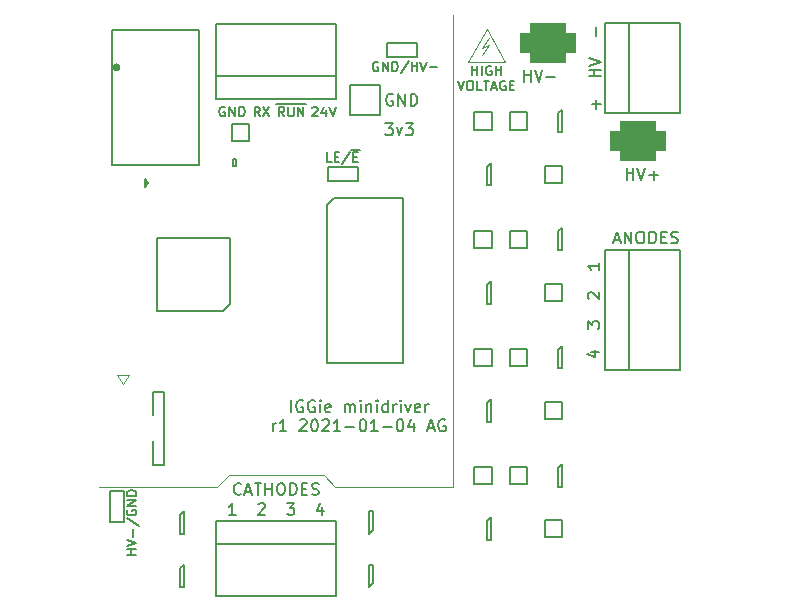
<source format=gbr>
%TF.GenerationSoftware,KiCad,Pcbnew,5.99.0-unknown-5db75805bd~106~ubuntu20.04.1*%
%TF.CreationDate,2021-01-04T23:22:09+00:00*%
%TF.ProjectId,minidriver,6d696e69-6472-4697-9665-722e6b696361,rev?*%
%TF.SameCoordinates,Original*%
%TF.FileFunction,Legend,Top*%
%TF.FilePolarity,Positive*%
%FSLAX46Y46*%
G04 Gerber Fmt 4.6, Leading zero omitted, Abs format (unit mm)*
G04 Created by KiCad (PCBNEW 5.99.0-unknown-5db75805bd~106~ubuntu20.04.1) date 2021-01-04 23:22:09*
%MOMM*%
%LPD*%
G01*
G04 APERTURE LIST*
G04 Aperture macros list*
%AMRoundRect*
0 Rectangle with rounded corners*
0 $1 Rounding radius*
0 $2 $3 $4 $5 $6 $7 $8 $9 X,Y pos of 4 corners*
0 Add a 4 corners polygon primitive as box body*
4,1,4,$2,$3,$4,$5,$6,$7,$8,$9,$2,$3,0*
0 Add four circle primitives for the rounded corners*
1,1,$1+$1,$2,$3,0*
1,1,$1+$1,$4,$5,0*
1,1,$1+$1,$6,$7,0*
1,1,$1+$1,$8,$9,0*
0 Add four rect primitives between the rounded corners*
20,1,$1+$1,$2,$3,$4,$5,0*
20,1,$1+$1,$4,$5,$6,$7,0*
20,1,$1+$1,$6,$7,$8,$9,0*
20,1,$1+$1,$8,$9,$2,$3,0*%
G04 Aperture macros list end*
%ADD10C,0.150000*%
%ADD11C,0.120000*%
%ADD12R,1.900000X1.900000*%
%ADD13C,1.900000*%
%ADD14C,1.500000*%
%ADD15C,0.600000*%
%ADD16C,3.300000*%
%ADD17O,2.100000X1.400000*%
%ADD18O,1.400000X2.100000*%
%ADD19R,1.000000X1.000000*%
%ADD20R,1.800000X1.150000*%
%ADD21R,1.150000X1.800000*%
%ADD22R,1.000000X0.600000*%
%ADD23R,0.620000X0.620000*%
%ADD24R,0.950000X1.000000*%
%ADD25C,6.300000*%
%ADD26RoundRect,0.850000X-1.500000X-0.850000X1.500000X-0.850000X1.500000X0.850000X-1.500000X0.850000X0*%
%ADD27C,1.000000*%
%ADD28R,1.200000X0.500000*%
%ADD29R,0.500000X1.200000*%
%ADD30R,2.790000X0.740000*%
%ADD31RoundRect,0.850000X1.500000X0.850000X-1.500000X0.850000X-1.500000X-0.850000X1.500000X-0.850000X0*%
%ADD32R,2.200000X0.650000*%
G04 APERTURE END LIST*
D10*
X103161904Y-145704761D02*
X102361904Y-145704761D01*
X102742857Y-145704761D02*
X102742857Y-145247619D01*
X103161904Y-145247619D02*
X102361904Y-145247619D01*
X102361904Y-144980952D02*
X103161904Y-144714285D01*
X102361904Y-144447619D01*
X102857142Y-144180952D02*
X102857142Y-143571428D01*
X102323809Y-142619047D02*
X103352380Y-143304761D01*
X102400000Y-141933333D02*
X102361904Y-142009523D01*
X102361904Y-142123809D01*
X102400000Y-142238095D01*
X102476190Y-142314285D01*
X102552380Y-142352380D01*
X102704761Y-142390476D01*
X102819047Y-142390476D01*
X102971428Y-142352380D01*
X103047619Y-142314285D01*
X103123809Y-142238095D01*
X103161904Y-142123809D01*
X103161904Y-142047619D01*
X103123809Y-141933333D01*
X103085714Y-141895238D01*
X102819047Y-141895238D01*
X102819047Y-142047619D01*
X103161904Y-141552380D02*
X102361904Y-141552380D01*
X103161904Y-141095238D01*
X102361904Y-141095238D01*
X103161904Y-140714285D02*
X102361904Y-140714285D01*
X102361904Y-140523809D01*
X102400000Y-140409523D01*
X102476190Y-140333333D01*
X102552380Y-140295238D01*
X102704761Y-140257142D01*
X102819047Y-140257142D01*
X102971428Y-140295238D01*
X103047619Y-140333333D01*
X103123809Y-140409523D01*
X103161904Y-140523809D01*
X103161904Y-140714285D01*
D11*
X134400000Y-104000000D02*
X132800000Y-101200000D01*
X130000000Y-100000000D02*
X130000000Y-140000000D01*
X110000000Y-140000000D02*
X100000000Y-140000000D01*
X102000000Y-131250000D02*
X101500000Y-130500000D01*
X111000000Y-139000000D02*
X119000000Y-139000000D01*
X132400000Y-102800000D02*
X133000000Y-102600000D01*
X102500000Y-130500000D02*
X102000000Y-131250000D01*
X133000000Y-102000000D02*
X132400000Y-102800000D01*
X130000000Y-140000000D02*
X120000000Y-140000000D01*
X132800000Y-101200000D02*
X131200000Y-104000000D01*
X131200000Y-104000000D02*
X134400000Y-104000000D01*
X101500000Y-130500000D02*
X102500000Y-130500000D01*
X110000000Y-140000000D02*
X111000000Y-139000000D01*
X133000000Y-102600000D02*
X132400000Y-103400000D01*
X119000000Y-139000000D02*
X120000000Y-140000000D01*
D10*
X115011904Y-107586000D02*
X115811904Y-107586000D01*
X115659523Y-108611904D02*
X115392857Y-108230952D01*
X115202380Y-108611904D02*
X115202380Y-107811904D01*
X115507142Y-107811904D01*
X115583333Y-107850000D01*
X115621428Y-107888095D01*
X115659523Y-107964285D01*
X115659523Y-108078571D01*
X115621428Y-108154761D01*
X115583333Y-108192857D01*
X115507142Y-108230952D01*
X115202380Y-108230952D01*
X115811904Y-107586000D02*
X116650000Y-107586000D01*
X116002380Y-107811904D02*
X116002380Y-108459523D01*
X116040476Y-108535714D01*
X116078571Y-108573809D01*
X116154761Y-108611904D01*
X116307142Y-108611904D01*
X116383333Y-108573809D01*
X116421428Y-108535714D01*
X116459523Y-108459523D01*
X116459523Y-107811904D01*
X116650000Y-107586000D02*
X117488095Y-107586000D01*
X116840476Y-108611904D02*
X116840476Y-107811904D01*
X117297619Y-108611904D01*
X117297619Y-107811904D01*
X111571428Y-142352380D02*
X111000000Y-142352380D01*
X111285714Y-142352380D02*
X111285714Y-141352380D01*
X111190476Y-141495238D01*
X111095238Y-141590476D01*
X111000000Y-141638095D01*
X113476190Y-141447619D02*
X113523809Y-141400000D01*
X113619047Y-141352380D01*
X113857142Y-141352380D01*
X113952380Y-141400000D01*
X114000000Y-141447619D01*
X114047619Y-141542857D01*
X114047619Y-141638095D01*
X114000000Y-141780952D01*
X113428571Y-142352380D01*
X114047619Y-142352380D01*
X115904761Y-141352380D02*
X116523809Y-141352380D01*
X116190476Y-141733333D01*
X116333333Y-141733333D01*
X116428571Y-141780952D01*
X116476190Y-141828571D01*
X116523809Y-141923809D01*
X116523809Y-142161904D01*
X116476190Y-142257142D01*
X116428571Y-142304761D01*
X116333333Y-142352380D01*
X116047619Y-142352380D01*
X115952380Y-142304761D01*
X115904761Y-142257142D01*
X118904761Y-141685714D02*
X118904761Y-142352380D01*
X118666666Y-141304761D02*
X118428571Y-142019047D01*
X119047619Y-142019047D01*
X141685714Y-128523809D02*
X142352380Y-128523809D01*
X141304761Y-128761904D02*
X142019047Y-129000000D01*
X142019047Y-128380952D01*
X141352380Y-126571428D02*
X141352380Y-125952380D01*
X141733333Y-126285714D01*
X141733333Y-126142857D01*
X141780952Y-126047619D01*
X141828571Y-126000000D01*
X141923809Y-125952380D01*
X142161904Y-125952380D01*
X142257142Y-126000000D01*
X142304761Y-126047619D01*
X142352380Y-126142857D01*
X142352380Y-126428571D01*
X142304761Y-126523809D01*
X142257142Y-126571428D01*
X141447619Y-124047619D02*
X141400000Y-124000000D01*
X141352380Y-123904761D01*
X141352380Y-123666666D01*
X141400000Y-123571428D01*
X141447619Y-123523809D01*
X141542857Y-123476190D01*
X141638095Y-123476190D01*
X141780952Y-123523809D01*
X142352380Y-124095238D01*
X142352380Y-123476190D01*
X142352380Y-121000000D02*
X142352380Y-121571428D01*
X142352380Y-121285714D02*
X141352380Y-121285714D01*
X141495238Y-121380952D01*
X141590476Y-121476190D01*
X141638095Y-121571428D01*
X123614285Y-104000000D02*
X123538095Y-103961904D01*
X123423809Y-103961904D01*
X123309523Y-104000000D01*
X123233333Y-104076190D01*
X123195238Y-104152380D01*
X123157142Y-104304761D01*
X123157142Y-104419047D01*
X123195238Y-104571428D01*
X123233333Y-104647619D01*
X123309523Y-104723809D01*
X123423809Y-104761904D01*
X123500000Y-104761904D01*
X123614285Y-104723809D01*
X123652380Y-104685714D01*
X123652380Y-104419047D01*
X123500000Y-104419047D01*
X123995238Y-104761904D02*
X123995238Y-103961904D01*
X124452380Y-104761904D01*
X124452380Y-103961904D01*
X124833333Y-104761904D02*
X124833333Y-103961904D01*
X125023809Y-103961904D01*
X125138095Y-104000000D01*
X125214285Y-104076190D01*
X125252380Y-104152380D01*
X125290476Y-104304761D01*
X125290476Y-104419047D01*
X125252380Y-104571428D01*
X125214285Y-104647619D01*
X125138095Y-104723809D01*
X125023809Y-104761904D01*
X124833333Y-104761904D01*
X126204761Y-103923809D02*
X125519047Y-104952380D01*
X126471428Y-104761904D02*
X126471428Y-103961904D01*
X126471428Y-104342857D02*
X126928571Y-104342857D01*
X126928571Y-104761904D02*
X126928571Y-103961904D01*
X127195238Y-103961904D02*
X127461904Y-104761904D01*
X127728571Y-103961904D01*
X127995238Y-104457142D02*
X128604761Y-104457142D01*
X143585714Y-119066666D02*
X144061904Y-119066666D01*
X143490476Y-119352380D02*
X143823809Y-118352380D01*
X144157142Y-119352380D01*
X144490476Y-119352380D02*
X144490476Y-118352380D01*
X145061904Y-119352380D01*
X145061904Y-118352380D01*
X145728571Y-118352380D02*
X145919047Y-118352380D01*
X146014285Y-118400000D01*
X146109523Y-118495238D01*
X146157142Y-118685714D01*
X146157142Y-119019047D01*
X146109523Y-119209523D01*
X146014285Y-119304761D01*
X145919047Y-119352380D01*
X145728571Y-119352380D01*
X145633333Y-119304761D01*
X145538095Y-119209523D01*
X145490476Y-119019047D01*
X145490476Y-118685714D01*
X145538095Y-118495238D01*
X145633333Y-118400000D01*
X145728571Y-118352380D01*
X146585714Y-119352380D02*
X146585714Y-118352380D01*
X146823809Y-118352380D01*
X146966666Y-118400000D01*
X147061904Y-118495238D01*
X147109523Y-118590476D01*
X147157142Y-118780952D01*
X147157142Y-118923809D01*
X147109523Y-119114285D01*
X147061904Y-119209523D01*
X146966666Y-119304761D01*
X146823809Y-119352380D01*
X146585714Y-119352380D01*
X147585714Y-118828571D02*
X147919047Y-118828571D01*
X148061904Y-119352380D02*
X147585714Y-119352380D01*
X147585714Y-118352380D01*
X148061904Y-118352380D01*
X148442857Y-119304761D02*
X148585714Y-119352380D01*
X148823809Y-119352380D01*
X148919047Y-119304761D01*
X148966666Y-119257142D01*
X149014285Y-119161904D01*
X149014285Y-119066666D01*
X148966666Y-118971428D01*
X148919047Y-118923809D01*
X148823809Y-118876190D01*
X148633333Y-118828571D01*
X148538095Y-118780952D01*
X148490476Y-118733333D01*
X148442857Y-118638095D01*
X148442857Y-118542857D01*
X148490476Y-118447619D01*
X148538095Y-118400000D01*
X148633333Y-118352380D01*
X148871428Y-118352380D01*
X149014285Y-118400000D01*
X112023809Y-140557142D02*
X111976190Y-140604761D01*
X111833333Y-140652380D01*
X111738095Y-140652380D01*
X111595238Y-140604761D01*
X111500000Y-140509523D01*
X111452380Y-140414285D01*
X111404761Y-140223809D01*
X111404761Y-140080952D01*
X111452380Y-139890476D01*
X111500000Y-139795238D01*
X111595238Y-139700000D01*
X111738095Y-139652380D01*
X111833333Y-139652380D01*
X111976190Y-139700000D01*
X112023809Y-139747619D01*
X112404761Y-140366666D02*
X112880952Y-140366666D01*
X112309523Y-140652380D02*
X112642857Y-139652380D01*
X112976190Y-140652380D01*
X113166666Y-139652380D02*
X113738095Y-139652380D01*
X113452380Y-140652380D02*
X113452380Y-139652380D01*
X114071428Y-140652380D02*
X114071428Y-139652380D01*
X114071428Y-140128571D02*
X114642857Y-140128571D01*
X114642857Y-140652380D02*
X114642857Y-139652380D01*
X115309523Y-139652380D02*
X115500000Y-139652380D01*
X115595238Y-139700000D01*
X115690476Y-139795238D01*
X115738095Y-139985714D01*
X115738095Y-140319047D01*
X115690476Y-140509523D01*
X115595238Y-140604761D01*
X115500000Y-140652380D01*
X115309523Y-140652380D01*
X115214285Y-140604761D01*
X115119047Y-140509523D01*
X115071428Y-140319047D01*
X115071428Y-139985714D01*
X115119047Y-139795238D01*
X115214285Y-139700000D01*
X115309523Y-139652380D01*
X116166666Y-140652380D02*
X116166666Y-139652380D01*
X116404761Y-139652380D01*
X116547619Y-139700000D01*
X116642857Y-139795238D01*
X116690476Y-139890476D01*
X116738095Y-140080952D01*
X116738095Y-140223809D01*
X116690476Y-140414285D01*
X116642857Y-140509523D01*
X116547619Y-140604761D01*
X116404761Y-140652380D01*
X116166666Y-140652380D01*
X117166666Y-140128571D02*
X117500000Y-140128571D01*
X117642857Y-140652380D02*
X117166666Y-140652380D01*
X117166666Y-139652380D01*
X117642857Y-139652380D01*
X118023809Y-140604761D02*
X118166666Y-140652380D01*
X118404761Y-140652380D01*
X118500000Y-140604761D01*
X118547619Y-140557142D01*
X118595238Y-140461904D01*
X118595238Y-140366666D01*
X118547619Y-140271428D01*
X118500000Y-140223809D01*
X118404761Y-140176190D01*
X118214285Y-140128571D01*
X118119047Y-140080952D01*
X118071428Y-140033333D01*
X118023809Y-139938095D01*
X118023809Y-139842857D01*
X118071428Y-139747619D01*
X118119047Y-139700000D01*
X118214285Y-139652380D01*
X118452380Y-139652380D01*
X118595238Y-139700000D01*
X144666666Y-113952380D02*
X144666666Y-112952380D01*
X144666666Y-113428571D02*
X145238095Y-113428571D01*
X145238095Y-113952380D02*
X145238095Y-112952380D01*
X145571428Y-112952380D02*
X145904761Y-113952380D01*
X146238095Y-112952380D01*
X146571428Y-113571428D02*
X147333333Y-113571428D01*
X146952380Y-113952380D02*
X146952380Y-113190476D01*
X116238095Y-133647380D02*
X116238095Y-132647380D01*
X117238095Y-132695000D02*
X117142857Y-132647380D01*
X117000000Y-132647380D01*
X116857142Y-132695000D01*
X116761904Y-132790238D01*
X116714285Y-132885476D01*
X116666666Y-133075952D01*
X116666666Y-133218809D01*
X116714285Y-133409285D01*
X116761904Y-133504523D01*
X116857142Y-133599761D01*
X117000000Y-133647380D01*
X117095238Y-133647380D01*
X117238095Y-133599761D01*
X117285714Y-133552142D01*
X117285714Y-133218809D01*
X117095238Y-133218809D01*
X118238095Y-132695000D02*
X118142857Y-132647380D01*
X118000000Y-132647380D01*
X117857142Y-132695000D01*
X117761904Y-132790238D01*
X117714285Y-132885476D01*
X117666666Y-133075952D01*
X117666666Y-133218809D01*
X117714285Y-133409285D01*
X117761904Y-133504523D01*
X117857142Y-133599761D01*
X118000000Y-133647380D01*
X118095238Y-133647380D01*
X118238095Y-133599761D01*
X118285714Y-133552142D01*
X118285714Y-133218809D01*
X118095238Y-133218809D01*
X118714285Y-133647380D02*
X118714285Y-132980714D01*
X118714285Y-132647380D02*
X118666666Y-132695000D01*
X118714285Y-132742619D01*
X118761904Y-132695000D01*
X118714285Y-132647380D01*
X118714285Y-132742619D01*
X119571428Y-133599761D02*
X119476190Y-133647380D01*
X119285714Y-133647380D01*
X119190476Y-133599761D01*
X119142857Y-133504523D01*
X119142857Y-133123571D01*
X119190476Y-133028333D01*
X119285714Y-132980714D01*
X119476190Y-132980714D01*
X119571428Y-133028333D01*
X119619047Y-133123571D01*
X119619047Y-133218809D01*
X119142857Y-133314047D01*
X120809523Y-133647380D02*
X120809523Y-132980714D01*
X120809523Y-133075952D02*
X120857142Y-133028333D01*
X120952380Y-132980714D01*
X121095238Y-132980714D01*
X121190476Y-133028333D01*
X121238095Y-133123571D01*
X121238095Y-133647380D01*
X121238095Y-133123571D02*
X121285714Y-133028333D01*
X121380952Y-132980714D01*
X121523809Y-132980714D01*
X121619047Y-133028333D01*
X121666666Y-133123571D01*
X121666666Y-133647380D01*
X122142857Y-133647380D02*
X122142857Y-132980714D01*
X122142857Y-132647380D02*
X122095238Y-132695000D01*
X122142857Y-132742619D01*
X122190476Y-132695000D01*
X122142857Y-132647380D01*
X122142857Y-132742619D01*
X122619047Y-132980714D02*
X122619047Y-133647380D01*
X122619047Y-133075952D02*
X122666666Y-133028333D01*
X122761904Y-132980714D01*
X122904761Y-132980714D01*
X123000000Y-133028333D01*
X123047619Y-133123571D01*
X123047619Y-133647380D01*
X123523809Y-133647380D02*
X123523809Y-132980714D01*
X123523809Y-132647380D02*
X123476190Y-132695000D01*
X123523809Y-132742619D01*
X123571428Y-132695000D01*
X123523809Y-132647380D01*
X123523809Y-132742619D01*
X124428571Y-133647380D02*
X124428571Y-132647380D01*
X124428571Y-133599761D02*
X124333333Y-133647380D01*
X124142857Y-133647380D01*
X124047619Y-133599761D01*
X124000000Y-133552142D01*
X123952380Y-133456904D01*
X123952380Y-133171190D01*
X124000000Y-133075952D01*
X124047619Y-133028333D01*
X124142857Y-132980714D01*
X124333333Y-132980714D01*
X124428571Y-133028333D01*
X124904761Y-133647380D02*
X124904761Y-132980714D01*
X124904761Y-133171190D02*
X124952380Y-133075952D01*
X125000000Y-133028333D01*
X125095238Y-132980714D01*
X125190476Y-132980714D01*
X125523809Y-133647380D02*
X125523809Y-132980714D01*
X125523809Y-132647380D02*
X125476190Y-132695000D01*
X125523809Y-132742619D01*
X125571428Y-132695000D01*
X125523809Y-132647380D01*
X125523809Y-132742619D01*
X125904761Y-132980714D02*
X126142857Y-133647380D01*
X126380952Y-132980714D01*
X127142857Y-133599761D02*
X127047619Y-133647380D01*
X126857142Y-133647380D01*
X126761904Y-133599761D01*
X126714285Y-133504523D01*
X126714285Y-133123571D01*
X126761904Y-133028333D01*
X126857142Y-132980714D01*
X127047619Y-132980714D01*
X127142857Y-133028333D01*
X127190476Y-133123571D01*
X127190476Y-133218809D01*
X126714285Y-133314047D01*
X127619047Y-133647380D02*
X127619047Y-132980714D01*
X127619047Y-133171190D02*
X127666666Y-133075952D01*
X127714285Y-133028333D01*
X127809523Y-132980714D01*
X127904761Y-132980714D01*
X114714285Y-135257380D02*
X114714285Y-134590714D01*
X114714285Y-134781190D02*
X114761904Y-134685952D01*
X114809523Y-134638333D01*
X114904761Y-134590714D01*
X115000000Y-134590714D01*
X115857142Y-135257380D02*
X115285714Y-135257380D01*
X115571428Y-135257380D02*
X115571428Y-134257380D01*
X115476190Y-134400238D01*
X115380952Y-134495476D01*
X115285714Y-134543095D01*
X117000000Y-134352619D02*
X117047619Y-134305000D01*
X117142857Y-134257380D01*
X117380952Y-134257380D01*
X117476190Y-134305000D01*
X117523809Y-134352619D01*
X117571428Y-134447857D01*
X117571428Y-134543095D01*
X117523809Y-134685952D01*
X116952380Y-135257380D01*
X117571428Y-135257380D01*
X118190476Y-134257380D02*
X118285714Y-134257380D01*
X118380952Y-134305000D01*
X118428571Y-134352619D01*
X118476190Y-134447857D01*
X118523809Y-134638333D01*
X118523809Y-134876428D01*
X118476190Y-135066904D01*
X118428571Y-135162142D01*
X118380952Y-135209761D01*
X118285714Y-135257380D01*
X118190476Y-135257380D01*
X118095238Y-135209761D01*
X118047619Y-135162142D01*
X118000000Y-135066904D01*
X117952380Y-134876428D01*
X117952380Y-134638333D01*
X118000000Y-134447857D01*
X118047619Y-134352619D01*
X118095238Y-134305000D01*
X118190476Y-134257380D01*
X118904761Y-134352619D02*
X118952380Y-134305000D01*
X119047619Y-134257380D01*
X119285714Y-134257380D01*
X119380952Y-134305000D01*
X119428571Y-134352619D01*
X119476190Y-134447857D01*
X119476190Y-134543095D01*
X119428571Y-134685952D01*
X118857142Y-135257380D01*
X119476190Y-135257380D01*
X120428571Y-135257380D02*
X119857142Y-135257380D01*
X120142857Y-135257380D02*
X120142857Y-134257380D01*
X120047619Y-134400238D01*
X119952380Y-134495476D01*
X119857142Y-134543095D01*
X120857142Y-134876428D02*
X121619047Y-134876428D01*
X122285714Y-134257380D02*
X122380952Y-134257380D01*
X122476190Y-134305000D01*
X122523809Y-134352619D01*
X122571428Y-134447857D01*
X122619047Y-134638333D01*
X122619047Y-134876428D01*
X122571428Y-135066904D01*
X122523809Y-135162142D01*
X122476190Y-135209761D01*
X122380952Y-135257380D01*
X122285714Y-135257380D01*
X122190476Y-135209761D01*
X122142857Y-135162142D01*
X122095238Y-135066904D01*
X122047619Y-134876428D01*
X122047619Y-134638333D01*
X122095238Y-134447857D01*
X122142857Y-134352619D01*
X122190476Y-134305000D01*
X122285714Y-134257380D01*
X123571428Y-135257380D02*
X123000000Y-135257380D01*
X123285714Y-135257380D02*
X123285714Y-134257380D01*
X123190476Y-134400238D01*
X123095238Y-134495476D01*
X123000000Y-134543095D01*
X124000000Y-134876428D02*
X124761904Y-134876428D01*
X125428571Y-134257380D02*
X125523809Y-134257380D01*
X125619047Y-134305000D01*
X125666666Y-134352619D01*
X125714285Y-134447857D01*
X125761904Y-134638333D01*
X125761904Y-134876428D01*
X125714285Y-135066904D01*
X125666666Y-135162142D01*
X125619047Y-135209761D01*
X125523809Y-135257380D01*
X125428571Y-135257380D01*
X125333333Y-135209761D01*
X125285714Y-135162142D01*
X125238095Y-135066904D01*
X125190476Y-134876428D01*
X125190476Y-134638333D01*
X125238095Y-134447857D01*
X125285714Y-134352619D01*
X125333333Y-134305000D01*
X125428571Y-134257380D01*
X126619047Y-134590714D02*
X126619047Y-135257380D01*
X126380952Y-134209761D02*
X126142857Y-134924047D01*
X126761904Y-134924047D01*
X127857142Y-134971666D02*
X128333333Y-134971666D01*
X127761904Y-135257380D02*
X128095238Y-134257380D01*
X128428571Y-135257380D01*
X129285714Y-134305000D02*
X129190476Y-134257380D01*
X129047619Y-134257380D01*
X128904761Y-134305000D01*
X128809523Y-134400238D01*
X128761904Y-134495476D01*
X128714285Y-134685952D01*
X128714285Y-134828809D01*
X128761904Y-135019285D01*
X128809523Y-135114523D01*
X128904761Y-135209761D01*
X129047619Y-135257380D01*
X129142857Y-135257380D01*
X129285714Y-135209761D01*
X129333333Y-135162142D01*
X129333333Y-134828809D01*
X129142857Y-134828809D01*
X113616666Y-108611904D02*
X113350000Y-108230952D01*
X113159523Y-108611904D02*
X113159523Y-107811904D01*
X113464285Y-107811904D01*
X113540476Y-107850000D01*
X113578571Y-107888095D01*
X113616666Y-107964285D01*
X113616666Y-108078571D01*
X113578571Y-108154761D01*
X113540476Y-108192857D01*
X113464285Y-108230952D01*
X113159523Y-108230952D01*
X113883333Y-107811904D02*
X114416666Y-108611904D01*
X114416666Y-107811904D02*
X113883333Y-108611904D01*
X124240357Y-109202380D02*
X124859404Y-109202380D01*
X124526071Y-109583333D01*
X124668928Y-109583333D01*
X124764166Y-109630952D01*
X124811785Y-109678571D01*
X124859404Y-109773809D01*
X124859404Y-110011904D01*
X124811785Y-110107142D01*
X124764166Y-110154761D01*
X124668928Y-110202380D01*
X124383214Y-110202380D01*
X124287976Y-110154761D01*
X124240357Y-110107142D01*
X125192738Y-109535714D02*
X125430833Y-110202380D01*
X125668928Y-109535714D01*
X125954642Y-109202380D02*
X126573690Y-109202380D01*
X126240357Y-109583333D01*
X126383214Y-109583333D01*
X126478452Y-109630952D01*
X126526071Y-109678571D01*
X126573690Y-109773809D01*
X126573690Y-110011904D01*
X126526071Y-110107142D01*
X126478452Y-110154761D01*
X126383214Y-110202380D01*
X126097500Y-110202380D01*
X126002261Y-110154761D01*
X125954642Y-110107142D01*
X135966666Y-105652380D02*
X135966666Y-104652380D01*
X135966666Y-105128571D02*
X136538095Y-105128571D01*
X136538095Y-105652380D02*
X136538095Y-104652380D01*
X136871428Y-104652380D02*
X137204761Y-105652380D01*
X137538095Y-104652380D01*
X137871428Y-105271428D02*
X138633333Y-105271428D01*
X131561904Y-105117904D02*
X131561904Y-104317904D01*
X131561904Y-104698857D02*
X132019047Y-104698857D01*
X132019047Y-105117904D02*
X132019047Y-104317904D01*
X132400000Y-105117904D02*
X132400000Y-104317904D01*
X133200000Y-104356000D02*
X133123809Y-104317904D01*
X133009523Y-104317904D01*
X132895238Y-104356000D01*
X132819047Y-104432190D01*
X132780952Y-104508380D01*
X132742857Y-104660761D01*
X132742857Y-104775047D01*
X132780952Y-104927428D01*
X132819047Y-105003619D01*
X132895238Y-105079809D01*
X133009523Y-105117904D01*
X133085714Y-105117904D01*
X133200000Y-105079809D01*
X133238095Y-105041714D01*
X133238095Y-104775047D01*
X133085714Y-104775047D01*
X133580952Y-105117904D02*
X133580952Y-104317904D01*
X133580952Y-104698857D02*
X134038095Y-104698857D01*
X134038095Y-105117904D02*
X134038095Y-104317904D01*
X130380952Y-105605904D02*
X130647619Y-106405904D01*
X130914285Y-105605904D01*
X131333333Y-105605904D02*
X131485714Y-105605904D01*
X131561904Y-105644000D01*
X131638095Y-105720190D01*
X131676190Y-105872571D01*
X131676190Y-106139238D01*
X131638095Y-106291619D01*
X131561904Y-106367809D01*
X131485714Y-106405904D01*
X131333333Y-106405904D01*
X131257142Y-106367809D01*
X131180952Y-106291619D01*
X131142857Y-106139238D01*
X131142857Y-105872571D01*
X131180952Y-105720190D01*
X131257142Y-105644000D01*
X131333333Y-105605904D01*
X132400000Y-106405904D02*
X132019047Y-106405904D01*
X132019047Y-105605904D01*
X132552380Y-105605904D02*
X133009523Y-105605904D01*
X132780952Y-106405904D02*
X132780952Y-105605904D01*
X133238095Y-106177333D02*
X133619047Y-106177333D01*
X133161904Y-106405904D02*
X133428571Y-105605904D01*
X133695238Y-106405904D01*
X134380952Y-105644000D02*
X134304761Y-105605904D01*
X134190476Y-105605904D01*
X134076190Y-105644000D01*
X134000000Y-105720190D01*
X133961904Y-105796380D01*
X133923809Y-105948761D01*
X133923809Y-106063047D01*
X133961904Y-106215428D01*
X134000000Y-106291619D01*
X134076190Y-106367809D01*
X134190476Y-106405904D01*
X134266666Y-106405904D01*
X134380952Y-106367809D01*
X134419047Y-106329714D01*
X134419047Y-106063047D01*
X134266666Y-106063047D01*
X134761904Y-105986857D02*
X135028571Y-105986857D01*
X135142857Y-106405904D02*
X134761904Y-106405904D01*
X134761904Y-105605904D01*
X135142857Y-105605904D01*
X124859404Y-106750000D02*
X124764166Y-106702380D01*
X124621309Y-106702380D01*
X124478452Y-106750000D01*
X124383214Y-106845238D01*
X124335595Y-106940476D01*
X124287976Y-107130952D01*
X124287976Y-107273809D01*
X124335595Y-107464285D01*
X124383214Y-107559523D01*
X124478452Y-107654761D01*
X124621309Y-107702380D01*
X124716547Y-107702380D01*
X124859404Y-107654761D01*
X124907023Y-107607142D01*
X124907023Y-107273809D01*
X124716547Y-107273809D01*
X125335595Y-107702380D02*
X125335595Y-106702380D01*
X125907023Y-107702380D01*
X125907023Y-106702380D01*
X126383214Y-107702380D02*
X126383214Y-106702380D01*
X126621309Y-106702380D01*
X126764166Y-106750000D01*
X126859404Y-106845238D01*
X126907023Y-106940476D01*
X126954642Y-107130952D01*
X126954642Y-107273809D01*
X126907023Y-107464285D01*
X126859404Y-107559523D01*
X126764166Y-107654761D01*
X126621309Y-107702380D01*
X126383214Y-107702380D01*
X118047619Y-107888095D02*
X118085714Y-107850000D01*
X118161904Y-107811904D01*
X118352380Y-107811904D01*
X118428571Y-107850000D01*
X118466666Y-107888095D01*
X118504761Y-107964285D01*
X118504761Y-108040476D01*
X118466666Y-108154761D01*
X118009523Y-108611904D01*
X118504761Y-108611904D01*
X119190476Y-108078571D02*
X119190476Y-108611904D01*
X119000000Y-107773809D02*
X118809523Y-108345238D01*
X119304761Y-108345238D01*
X119495238Y-107811904D02*
X119761904Y-108611904D01*
X120028571Y-107811904D01*
X142071428Y-107976190D02*
X142071428Y-107214285D01*
X142452380Y-107595238D02*
X141690476Y-107595238D01*
X142452380Y-105214285D02*
X141452380Y-105214285D01*
X141928571Y-105214285D02*
X141928571Y-104642857D01*
X142452380Y-104642857D02*
X141452380Y-104642857D01*
X141452380Y-104309523D02*
X142452380Y-103976190D01*
X141452380Y-103642857D01*
X142071428Y-101785714D02*
X142071428Y-101023809D01*
X110640476Y-107850000D02*
X110564285Y-107811904D01*
X110450000Y-107811904D01*
X110335714Y-107850000D01*
X110259523Y-107926190D01*
X110221428Y-108002380D01*
X110183333Y-108154761D01*
X110183333Y-108269047D01*
X110221428Y-108421428D01*
X110259523Y-108497619D01*
X110335714Y-108573809D01*
X110450000Y-108611904D01*
X110526190Y-108611904D01*
X110640476Y-108573809D01*
X110678571Y-108535714D01*
X110678571Y-108269047D01*
X110526190Y-108269047D01*
X111021428Y-108611904D02*
X111021428Y-107811904D01*
X111478571Y-108611904D01*
X111478571Y-107811904D01*
X111859523Y-108611904D02*
X111859523Y-107811904D01*
X112050000Y-107811904D01*
X112164285Y-107850000D01*
X112240476Y-107926190D01*
X112278571Y-108002380D01*
X112316666Y-108154761D01*
X112316666Y-108269047D01*
X112278571Y-108421428D01*
X112240476Y-108497619D01*
X112164285Y-108573809D01*
X112050000Y-108611904D01*
X111859523Y-108611904D01*
X119704761Y-112461904D02*
X119323809Y-112461904D01*
X119323809Y-111661904D01*
X119971428Y-112042857D02*
X120238095Y-112042857D01*
X120352380Y-112461904D02*
X119971428Y-112461904D01*
X119971428Y-111661904D01*
X120352380Y-111661904D01*
X121266666Y-111623809D02*
X120580952Y-112652380D01*
X121342857Y-111436000D02*
X122066666Y-111436000D01*
X121533333Y-112042857D02*
X121800000Y-112042857D01*
X121914285Y-112461904D02*
X121533333Y-112461904D01*
X121533333Y-111661904D01*
X121914285Y-111661904D01*
%TO.C,J7*%
X100900000Y-142950000D02*
X102100000Y-142950000D01*
X102100000Y-142950000D02*
X102100000Y-140350000D01*
X102100000Y-140350000D02*
X100900000Y-140350000D01*
X100900000Y-140350000D02*
X100900000Y-142950000D01*
%TO.C,J3*%
X119350000Y-112900000D02*
X119350000Y-114100000D01*
X121950000Y-112900000D02*
X119350000Y-112900000D01*
X121950000Y-114100000D02*
X121950000Y-112900000D01*
X119350000Y-114100000D02*
X121950000Y-114100000D01*
%TO.C,R10*%
X131775000Y-139725000D02*
X131775000Y-138275000D01*
X133225000Y-139725000D02*
X131775000Y-139725000D01*
X131775000Y-138275000D02*
X133225000Y-138275000D01*
X133225000Y-138275000D02*
X133225000Y-139725000D01*
%TO.C,R12*%
X136225000Y-139725000D02*
X134775000Y-139725000D01*
X134775000Y-138275000D02*
X136225000Y-138275000D01*
X136225000Y-138275000D02*
X136225000Y-139725000D01*
X134775000Y-139725000D02*
X134775000Y-138275000D01*
%TO.C,R7*%
X139225000Y-112775000D02*
X139225000Y-114225000D01*
X139225000Y-114225000D02*
X137775000Y-114225000D01*
X137775000Y-114225000D02*
X137775000Y-112775000D01*
X137775000Y-112775000D02*
X139225000Y-112775000D01*
%TO.C,J1*%
X142825000Y-100690000D02*
X149175000Y-100690000D01*
X149175000Y-108310000D02*
X142825000Y-108310000D01*
X149175000Y-100690000D02*
X149175000Y-108310000D01*
X144825000Y-108310000D02*
X144825000Y-100690000D01*
X142825000Y-108310000D02*
X142825000Y-100690000D01*
%TO.C,Q9*%
X139150000Y-118050000D02*
X139150000Y-118050000D01*
X138850000Y-118350000D02*
X139150000Y-118050000D01*
X139150000Y-119950000D02*
X138850000Y-119950000D01*
X138850000Y-119950000D02*
X138850000Y-118350000D01*
X139150000Y-118050000D02*
X139150000Y-119950000D01*
%TO.C,R8*%
X139225000Y-132775000D02*
X139225000Y-134225000D01*
X137775000Y-132775000D02*
X139225000Y-132775000D01*
X137775000Y-134225000D02*
X137775000Y-132775000D01*
X139225000Y-134225000D02*
X137775000Y-134225000D01*
%TO.C,Q11*%
X139150000Y-139950000D02*
X138850000Y-139950000D01*
X139150000Y-138050000D02*
X139150000Y-138050000D01*
X139150000Y-138050000D02*
X139150000Y-139950000D01*
X138850000Y-139950000D02*
X138850000Y-138350000D01*
X138850000Y-138350000D02*
X139150000Y-138050000D01*
%TO.C,R9*%
X131775000Y-119725000D02*
X131775000Y-118275000D01*
X133225000Y-118275000D02*
X133225000Y-119725000D01*
X133225000Y-119725000D02*
X131775000Y-119725000D01*
X131775000Y-118275000D02*
X133225000Y-118275000D01*
%TO.C,R11*%
X134775000Y-119725000D02*
X134775000Y-118275000D01*
X134775000Y-118275000D02*
X136225000Y-118275000D01*
X136225000Y-119725000D02*
X134775000Y-119725000D01*
X136225000Y-118275000D02*
X136225000Y-119725000D01*
%TO.C,D1*%
X103875000Y-114575000D02*
X103875000Y-113925000D01*
X104125000Y-114250000D02*
X103875000Y-113925000D01*
X104125000Y-114250000D02*
X103875000Y-114575000D01*
%TO.C,IC1*%
X101100000Y-112750000D02*
X108500000Y-112750000D01*
X108500000Y-101250000D02*
X101100000Y-101250000D01*
X108500000Y-112750000D02*
X108500000Y-101250000D01*
X101100000Y-101250000D02*
X101100000Y-112750000D01*
X101730000Y-104460000D02*
G75*
G03*
X101730000Y-104460000I-254000J0D01*
G01*
X101603000Y-104460000D02*
G75*
G03*
X101603000Y-104460000I-127000J0D01*
G01*
X101552200Y-104460000D02*
G75*
G03*
X101552200Y-104460000I-76200J0D01*
G01*
%TO.C,Q4*%
X106850000Y-146850000D02*
X107150000Y-146550000D01*
X106850000Y-148450000D02*
X106850000Y-146850000D01*
X107150000Y-146550000D02*
X107150000Y-146550000D01*
X107150000Y-146550000D02*
X107150000Y-148450000D01*
X107150000Y-148450000D02*
X106850000Y-148450000D01*
%TO.C,J4*%
X144825000Y-130080000D02*
X144825000Y-119920000D01*
X149175000Y-130080000D02*
X142825000Y-130080000D01*
X149175000Y-119920000D02*
X149175000Y-130080000D01*
X142825000Y-130080000D02*
X142825000Y-119920000D01*
X142825000Y-119920000D02*
X149175000Y-119920000D01*
%TO.C,Q2*%
X132850000Y-132850000D02*
X133150000Y-132550000D01*
X133150000Y-132550000D02*
X133150000Y-134450000D01*
X133150000Y-132550000D02*
X133150000Y-132550000D01*
X132850000Y-134450000D02*
X132850000Y-132850000D01*
X133150000Y-134450000D02*
X132850000Y-134450000D01*
%TO.C,Q7*%
X133150000Y-122550000D02*
X133150000Y-124450000D01*
X132850000Y-124450000D02*
X132850000Y-122850000D01*
X133150000Y-122550000D02*
X133150000Y-122550000D01*
X133150000Y-124450000D02*
X132850000Y-124450000D01*
X132850000Y-122850000D02*
X133150000Y-122550000D01*
%TO.C,J6*%
X126950000Y-102400000D02*
X124350000Y-102400000D01*
X124350000Y-102400000D02*
X124350000Y-103600000D01*
X126950000Y-103600000D02*
X126950000Y-102400000D01*
X124350000Y-103600000D02*
X126950000Y-103600000D01*
%TO.C,C1*%
X112725000Y-109275000D02*
X112725000Y-110725000D01*
X111275000Y-109275000D02*
X112725000Y-109275000D01*
X111275000Y-110725000D02*
X111275000Y-109275000D01*
X112725000Y-110725000D02*
X111275000Y-110725000D01*
%TO.C,Q6*%
X122850000Y-143950000D02*
X122850000Y-142050000D01*
X122850000Y-143950000D02*
X122850000Y-143950000D01*
X123150000Y-142050000D02*
X123150000Y-143650000D01*
X122850000Y-142050000D02*
X123150000Y-142050000D01*
X123150000Y-143650000D02*
X122850000Y-143950000D01*
%TO.C,Q1*%
X133150000Y-114450000D02*
X132850000Y-114450000D01*
X132850000Y-112850000D02*
X133150000Y-112550000D01*
X133150000Y-112550000D02*
X133150000Y-112550000D01*
X133150000Y-112550000D02*
X133150000Y-114450000D01*
X132850000Y-114450000D02*
X132850000Y-112850000D01*
%TO.C,IC2*%
X111100000Y-124500000D02*
X110500000Y-125100000D01*
X110500000Y-125100000D02*
X104900000Y-125100000D01*
X104900000Y-125100000D02*
X104900000Y-118900000D01*
X111100000Y-118900000D02*
X111100000Y-124500000D01*
X104900000Y-118900000D02*
X111100000Y-118900000D01*
%TO.C,R5*%
X136225000Y-109725000D02*
X134775000Y-109725000D01*
X134775000Y-108275000D02*
X136225000Y-108275000D01*
X134775000Y-109725000D02*
X134775000Y-108275000D01*
X136225000Y-108275000D02*
X136225000Y-109725000D01*
%TO.C,J2*%
X120080000Y-105175000D02*
X109920000Y-105175000D01*
X120080000Y-107175000D02*
X109920000Y-107175000D01*
X109920000Y-107175000D02*
X109920000Y-100825000D01*
X120080000Y-100825000D02*
X120080000Y-107175000D01*
X109920000Y-100825000D02*
X120080000Y-100825000D01*
%TO.C,R3*%
X133225000Y-109725000D02*
X131775000Y-109725000D01*
X131775000Y-109725000D02*
X131775000Y-108275000D01*
X133225000Y-108275000D02*
X133225000Y-109725000D01*
X131775000Y-108275000D02*
X133225000Y-108275000D01*
%TO.C,TP4*%
X121230000Y-105980000D02*
X123770000Y-105980000D01*
X123770000Y-108520000D02*
X121230000Y-108520000D01*
X121230000Y-108520000D02*
X121230000Y-105980000D01*
X123770000Y-105980000D02*
X123770000Y-108520000D01*
%TO.C,P1*%
X105500000Y-131900000D02*
X104600000Y-131900000D01*
X105500000Y-138100000D02*
X104600000Y-138100000D01*
X104600000Y-138100000D02*
X104600000Y-136100000D01*
X104600000Y-131900000D02*
X104600000Y-133900000D01*
X105500000Y-131900000D02*
X105500000Y-138100000D01*
%TO.C,Q3*%
X138850000Y-108350000D02*
X139150000Y-108050000D01*
X139150000Y-109950000D02*
X138850000Y-109950000D01*
X139150000Y-108050000D02*
X139150000Y-109950000D01*
X138850000Y-109950000D02*
X138850000Y-108350000D01*
X139150000Y-108050000D02*
X139150000Y-108050000D01*
%TO.C,Q12*%
X122850000Y-148450000D02*
X122850000Y-148450000D01*
X123150000Y-146550000D02*
X123150000Y-148150000D01*
X122850000Y-146550000D02*
X123150000Y-146550000D01*
X123150000Y-148150000D02*
X122850000Y-148450000D01*
X122850000Y-148450000D02*
X122850000Y-146550000D01*
%TO.C,J5*%
X109920000Y-149175000D02*
X109920000Y-142825000D01*
X120080000Y-142825000D02*
X120080000Y-149175000D01*
X120080000Y-149175000D02*
X109920000Y-149175000D01*
X109920000Y-144825000D02*
X120080000Y-144825000D01*
X109920000Y-142825000D02*
X120080000Y-142825000D01*
%TO.C,R14*%
X139225000Y-142775000D02*
X139225000Y-144225000D01*
X139225000Y-144225000D02*
X137775000Y-144225000D01*
X137775000Y-142775000D02*
X139225000Y-142775000D01*
X137775000Y-144225000D02*
X137775000Y-142775000D01*
%TO.C,Q10*%
X106850000Y-143950000D02*
X106850000Y-142350000D01*
X107150000Y-142050000D02*
X107150000Y-143950000D01*
X107150000Y-143950000D02*
X106850000Y-143950000D01*
X107150000Y-142050000D02*
X107150000Y-142050000D01*
X106850000Y-142350000D02*
X107150000Y-142050000D01*
%TO.C,R6*%
X136225000Y-128275000D02*
X136225000Y-129725000D01*
X134775000Y-129725000D02*
X134775000Y-128275000D01*
X136225000Y-129725000D02*
X134775000Y-129725000D01*
X134775000Y-128275000D02*
X136225000Y-128275000D01*
%TO.C,R13*%
X137775000Y-122775000D02*
X139225000Y-122775000D01*
X139225000Y-122775000D02*
X139225000Y-124225000D01*
X137775000Y-124225000D02*
X137775000Y-122775000D01*
X139225000Y-124225000D02*
X137775000Y-124225000D01*
%TO.C,Q5*%
X138850000Y-129950000D02*
X138850000Y-128350000D01*
X138850000Y-128350000D02*
X139150000Y-128050000D01*
X139150000Y-128050000D02*
X139150000Y-129950000D01*
X139150000Y-129950000D02*
X138850000Y-129950000D01*
X139150000Y-128050000D02*
X139150000Y-128050000D01*
%TO.C,Q8*%
X132850000Y-142850000D02*
X133150000Y-142550000D01*
X132850000Y-144450000D02*
X132850000Y-142850000D01*
X133150000Y-142550000D02*
X133150000Y-142550000D01*
X133150000Y-142550000D02*
X133150000Y-144450000D01*
X133150000Y-144450000D02*
X132850000Y-144450000D01*
%TO.C,IC3*%
X119900000Y-115515000D02*
X125700000Y-115515000D01*
X119300000Y-129485000D02*
X119300000Y-116115000D01*
X125700000Y-115515000D02*
X125700000Y-129485000D01*
X125700000Y-129485000D02*
X119300000Y-129485000D01*
X119300000Y-116115000D02*
X119900000Y-115515000D01*
%TO.C,C3*%
X111375000Y-112175000D02*
X111625000Y-112175000D01*
X111375000Y-112825000D02*
X111375000Y-112175000D01*
X111625000Y-112175000D02*
X111625000Y-112825000D01*
X111625000Y-112825000D02*
X111375000Y-112825000D01*
%TO.C,R4*%
X131775000Y-128275000D02*
X133225000Y-128275000D01*
X131775000Y-129725000D02*
X131775000Y-128275000D01*
X133225000Y-128275000D02*
X133225000Y-129725000D01*
X133225000Y-129725000D02*
X131775000Y-129725000D01*
%TD*%
D12*
%TO.C,J1*%
X146000000Y-107040000D03*
D13*
X146000000Y-101960000D03*
%TD*%
D14*
%TO.C,IC1*%
X103000000Y-104460000D03*
X103000000Y-107000000D03*
X103000000Y-109540000D03*
%TD*%
D15*
%TO.C,X1*%
X94200000Y-147800000D03*
D16*
X96000000Y-146000000D03*
D15*
X98500000Y-146000000D03*
X97800000Y-144200000D03*
X97800000Y-147800000D03*
X96000000Y-148500000D03*
X93500000Y-146000000D03*
X96000000Y-143500000D03*
X94200000Y-144200000D03*
%TD*%
%TO.C,X4*%
X155800000Y-105800000D03*
X154000000Y-106500000D03*
D16*
X154000000Y-104000000D03*
D15*
X155800000Y-102200000D03*
X151500000Y-104000000D03*
X154000000Y-101500000D03*
X152200000Y-102200000D03*
X152200000Y-105800000D03*
X156500000Y-104000000D03*
%TD*%
D17*
%TO.C,J4*%
X146000000Y-128810000D03*
X146000000Y-126270000D03*
X146000000Y-123730000D03*
X146000000Y-121190000D03*
%TD*%
D15*
%TO.C,X3*%
X155800000Y-144200000D03*
X156500000Y-146000000D03*
X151500000Y-146000000D03*
D16*
X154000000Y-146000000D03*
D15*
X154000000Y-143500000D03*
X154000000Y-148500000D03*
X155800000Y-147800000D03*
X152200000Y-147800000D03*
X152200000Y-144200000D03*
%TD*%
D12*
%TO.C,J2*%
X118810000Y-104000000D03*
D13*
X116270000Y-104000000D03*
X113730000Y-104000000D03*
X111190000Y-104000000D03*
%TD*%
D12*
%TO.C,TP4*%
X122500000Y-107250000D03*
%TD*%
D18*
%TO.C,J5*%
X111190000Y-146000000D03*
X113730000Y-146000000D03*
X116270000Y-146000000D03*
X118810000Y-146000000D03*
%TD*%
D15*
%TO.C,X2*%
X96000000Y-101500000D03*
X98500000Y-104000000D03*
D16*
X96000000Y-104000000D03*
D15*
X97800000Y-105800000D03*
X94200000Y-105800000D03*
X93500000Y-104000000D03*
X94200000Y-102200000D03*
X96000000Y-106500000D03*
X97800000Y-102200000D03*
%TD*%
%LPC*%
D19*
%TO.C,J7*%
X101500000Y-141400000D03*
G36*
X102000000Y-140450001D02*
G01*
X101999999Y-141450000D01*
X101500000Y-140950000D01*
X101000000Y-141450000D01*
X101000000Y-140450000D01*
X102000000Y-140450001D01*
G37*
G36*
X101500000Y-141350000D02*
G01*
X102000000Y-141850001D01*
X101999999Y-142850000D01*
X101000000Y-142849999D01*
X101000001Y-141850000D01*
X101500000Y-141350000D01*
G37*
%TD*%
%TO.C,J3*%
X120400000Y-113500000D03*
G36*
X120350000Y-113500000D02*
G01*
X120850001Y-113000000D01*
X121850000Y-113000001D01*
X121849999Y-114000000D01*
X120850000Y-113999999D01*
X120350000Y-113500000D01*
G37*
G36*
X119450001Y-113000000D02*
G01*
X120450000Y-113000001D01*
X119950000Y-113500000D01*
X120449999Y-114000000D01*
X119450000Y-114000000D01*
X119450001Y-113000000D01*
G37*
%TD*%
D20*
%TO.C,R10*%
X132500000Y-140500000D03*
X132500000Y-137500000D03*
%TD*%
%TO.C,R12*%
X135500000Y-137500000D03*
X135500000Y-140500000D03*
%TD*%
D21*
%TO.C,R7*%
X137000000Y-113500000D03*
X140000000Y-113500000D03*
%TD*%
D12*
%TO.C,J1*%
X146000000Y-107040000D03*
D13*
X146000000Y-101960000D03*
%TD*%
D22*
%TO.C,Q9*%
X137850000Y-118050000D03*
X137850000Y-119950000D03*
X140150000Y-119000000D03*
%TD*%
D21*
%TO.C,R8*%
X137000000Y-133500000D03*
X140000000Y-133500000D03*
%TD*%
D23*
%TO.C,C5*%
X114000000Y-120250000D03*
X114000000Y-119350000D03*
%TD*%
D22*
%TO.C,Q11*%
X137850000Y-138050000D03*
X137850000Y-139950000D03*
X140150000Y-139000000D03*
%TD*%
D20*
%TO.C,R9*%
X132500000Y-120500000D03*
X132500000Y-117500000D03*
%TD*%
%TO.C,R11*%
X135500000Y-117500000D03*
X135500000Y-120500000D03*
%TD*%
D24*
%TO.C,D1*%
X104800000Y-114250000D03*
X103200000Y-114250000D03*
%TD*%
D14*
%TO.C,IC1*%
X103000000Y-104460000D03*
X103000000Y-107000000D03*
X103000000Y-109540000D03*
%TD*%
D23*
%TO.C,C2*%
X114000000Y-122450000D03*
X114000000Y-121550000D03*
%TD*%
D15*
%TO.C,X1*%
X94200000Y-147800000D03*
D25*
X96000000Y-146000000D03*
D15*
X98500000Y-146000000D03*
X97800000Y-144200000D03*
X97800000Y-147800000D03*
X96000000Y-148500000D03*
X93500000Y-146000000D03*
X96000000Y-143500000D03*
X94200000Y-144200000D03*
%TD*%
D22*
%TO.C,Q4*%
X105850000Y-146550000D03*
X105850000Y-148450000D03*
X108150000Y-147500000D03*
%TD*%
D26*
%TO.C,TP2*%
X138000000Y-102400000D03*
%TD*%
D23*
%TO.C,C4*%
X126950000Y-113500000D03*
X126050000Y-113500000D03*
%TD*%
D15*
%TO.C,X4*%
X155800000Y-105800000D03*
X154000000Y-106500000D03*
D25*
X154000000Y-104000000D03*
D15*
X155800000Y-102200000D03*
X151500000Y-104000000D03*
X154000000Y-101500000D03*
X152200000Y-102200000D03*
X152200000Y-105800000D03*
X156500000Y-104000000D03*
%TD*%
D17*
%TO.C,J4*%
X146000000Y-128810000D03*
X146000000Y-126270000D03*
X146000000Y-123730000D03*
X146000000Y-121190000D03*
%TD*%
D22*
%TO.C,Q2*%
X131850000Y-132550000D03*
X131850000Y-134450000D03*
X134150000Y-133500000D03*
%TD*%
%TO.C,Q7*%
X131850000Y-122550000D03*
X131850000Y-124450000D03*
X134150000Y-123500000D03*
%TD*%
D19*
%TO.C,J6*%
X125400000Y-103000000D03*
G36*
X125350000Y-103000000D02*
G01*
X125850001Y-102500000D01*
X126850000Y-102500001D01*
X126849999Y-103500000D01*
X125850000Y-103499999D01*
X125350000Y-103000000D01*
G37*
G36*
X124450001Y-102500000D02*
G01*
X125450000Y-102500001D01*
X124950000Y-103000000D01*
X125449999Y-103500000D01*
X124450000Y-103500000D01*
X124450001Y-102500000D01*
G37*
%TD*%
D21*
%TO.C,C1*%
X110500000Y-110000000D03*
X113500000Y-110000000D03*
%TD*%
D22*
%TO.C,Q6*%
X124150000Y-143950000D03*
X124150000Y-142050000D03*
X121850000Y-143000000D03*
%TD*%
D27*
%TO.C,TP3*%
X122500000Y-109750000D03*
%TD*%
D22*
%TO.C,Q1*%
X131850000Y-112550000D03*
X131850000Y-114450000D03*
X134150000Y-113500000D03*
%TD*%
D28*
%TO.C,IC2*%
X112200000Y-124800000D03*
X112200000Y-124000000D03*
X112200000Y-123200000D03*
X112200000Y-122400000D03*
X112200000Y-121600000D03*
X112200000Y-120800000D03*
X112200000Y-120000000D03*
X112200000Y-119200000D03*
D29*
X110800000Y-117800000D03*
X110000000Y-117800000D03*
X109200000Y-117800000D03*
X108400000Y-117800000D03*
X107600000Y-117800000D03*
X106800000Y-117800000D03*
X106000000Y-117800000D03*
X105200000Y-117800000D03*
D28*
X103800000Y-119200000D03*
X103800000Y-120000000D03*
X103800000Y-120800000D03*
X103800000Y-121600000D03*
X103800000Y-122400000D03*
X103800000Y-123200000D03*
X103800000Y-124000000D03*
X103800000Y-124800000D03*
D29*
X105200000Y-126200000D03*
X106000000Y-126200000D03*
X106800000Y-126200000D03*
X107600000Y-126200000D03*
X108400000Y-126200000D03*
X109200000Y-126200000D03*
X110000000Y-126200000D03*
X110800000Y-126200000D03*
%TD*%
D20*
%TO.C,R5*%
X135500000Y-107500000D03*
X135500000Y-110500000D03*
%TD*%
D15*
%TO.C,X3*%
X155800000Y-144200000D03*
X156500000Y-146000000D03*
X151500000Y-146000000D03*
D25*
X154000000Y-146000000D03*
D15*
X154000000Y-143500000D03*
X154000000Y-148500000D03*
X155800000Y-147800000D03*
X152200000Y-147800000D03*
X152200000Y-144200000D03*
%TD*%
D12*
%TO.C,J2*%
X118810000Y-104000000D03*
D13*
X116270000Y-104000000D03*
X113730000Y-104000000D03*
X111190000Y-104000000D03*
%TD*%
D20*
%TO.C,R3*%
X132500000Y-110500000D03*
X132500000Y-107500000D03*
%TD*%
D23*
%TO.C,R1*%
X116750000Y-109550000D03*
X116750000Y-110450000D03*
%TD*%
D12*
%TO.C,TP4*%
X122500000Y-107250000D03*
%TD*%
D30*
%TO.C,P1*%
X102965000Y-132460000D03*
X107035000Y-132460000D03*
X102965000Y-133730000D03*
X107035000Y-133730000D03*
X102965000Y-135000000D03*
X107035000Y-135000000D03*
X102965000Y-136270000D03*
X107035000Y-136270000D03*
X102965000Y-137540000D03*
X107035000Y-137540000D03*
%TD*%
D22*
%TO.C,Q3*%
X137850000Y-108050000D03*
X137850000Y-109950000D03*
X140150000Y-109000000D03*
%TD*%
%TO.C,Q12*%
X124150000Y-148450000D03*
X124150000Y-146550000D03*
X121850000Y-147500000D03*
%TD*%
D31*
%TO.C,TP1*%
X145600000Y-110700000D03*
%TD*%
D18*
%TO.C,J5*%
X111190000Y-146000000D03*
X113730000Y-146000000D03*
X116270000Y-146000000D03*
X118810000Y-146000000D03*
%TD*%
D21*
%TO.C,R14*%
X137000000Y-143500000D03*
X140000000Y-143500000D03*
%TD*%
D23*
%TO.C,R15*%
X104450000Y-115900000D03*
X103550000Y-115900000D03*
%TD*%
D22*
%TO.C,Q10*%
X105850000Y-142050000D03*
X105850000Y-143950000D03*
X108150000Y-143000000D03*
%TD*%
D20*
%TO.C,R6*%
X135500000Y-127500000D03*
X135500000Y-130500000D03*
%TD*%
D21*
%TO.C,R13*%
X137000000Y-123500000D03*
X140000000Y-123500000D03*
%TD*%
D22*
%TO.C,Q5*%
X137850000Y-128050000D03*
X137850000Y-129950000D03*
X140150000Y-129000000D03*
%TD*%
%TO.C,Q8*%
X131850000Y-142550000D03*
X131850000Y-144450000D03*
X134150000Y-143500000D03*
%TD*%
D32*
%TO.C,IC3*%
X117700000Y-115515000D03*
X117700000Y-116785000D03*
X117700000Y-118055000D03*
X117700000Y-119325000D03*
X117700000Y-120595000D03*
X117700000Y-121865000D03*
X117700000Y-123135000D03*
X117700000Y-124405000D03*
X117700000Y-125675000D03*
X117700000Y-126945000D03*
X117700000Y-128215000D03*
X117700000Y-129485000D03*
X127300000Y-129485000D03*
X127300000Y-128215000D03*
X127300000Y-126945000D03*
X127300000Y-125675000D03*
X127300000Y-124405000D03*
X127300000Y-123135000D03*
X127300000Y-121865000D03*
X127300000Y-120595000D03*
X127300000Y-119325000D03*
X127300000Y-118055000D03*
X127300000Y-116785000D03*
X127300000Y-115515000D03*
%TD*%
D24*
%TO.C,C3*%
X110700000Y-112500000D03*
X112300000Y-112500000D03*
%TD*%
D20*
%TO.C,R4*%
X132500000Y-130500000D03*
X132500000Y-127500000D03*
%TD*%
D23*
%TO.C,R2*%
X115250000Y-109550000D03*
X115250000Y-110450000D03*
%TD*%
D15*
%TO.C,X2*%
X96000000Y-101500000D03*
X98500000Y-104000000D03*
D25*
X96000000Y-104000000D03*
D15*
X97800000Y-105800000D03*
X94200000Y-105800000D03*
X93500000Y-104000000D03*
X94200000Y-102200000D03*
X96000000Y-106500000D03*
X97800000Y-102200000D03*
%TD*%
M02*

</source>
